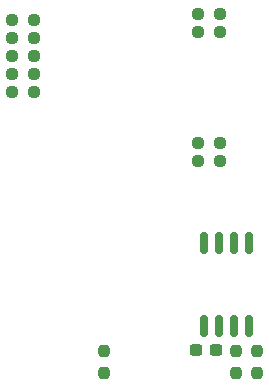
<source format=gbr>
%TF.GenerationSoftware,KiCad,Pcbnew,(5.99.0-9829-g074f0432f0)*%
%TF.CreationDate,2021-07-27T15:24:35+02:00*%
%TF.ProjectId,KM217-WiFi,4b4d3231-372d-4576-9946-692e6b696361,0.0.1*%
%TF.SameCoordinates,Original*%
%TF.FileFunction,Paste,Bot*%
%TF.FilePolarity,Positive*%
%FSLAX46Y46*%
G04 Gerber Fmt 4.6, Leading zero omitted, Abs format (unit mm)*
G04 Created by KiCad (PCBNEW (5.99.0-9829-g074f0432f0)) date 2021-07-27 15:24:35*
%MOMM*%
%LPD*%
G01*
G04 APERTURE LIST*
G04 Aperture macros list*
%AMRoundRect*
0 Rectangle with rounded corners*
0 $1 Rounding radius*
0 $2 $3 $4 $5 $6 $7 $8 $9 X,Y pos of 4 corners*
0 Add a 4 corners polygon primitive as box body*
4,1,4,$2,$3,$4,$5,$6,$7,$8,$9,$2,$3,0*
0 Add four circle primitives for the rounded corners*
1,1,$1+$1,$2,$3*
1,1,$1+$1,$4,$5*
1,1,$1+$1,$6,$7*
1,1,$1+$1,$8,$9*
0 Add four rect primitives between the rounded corners*
20,1,$1+$1,$2,$3,$4,$5,0*
20,1,$1+$1,$4,$5,$6,$7,0*
20,1,$1+$1,$6,$7,$8,$9,0*
20,1,$1+$1,$8,$9,$2,$3,0*%
G04 Aperture macros list end*
%ADD10RoundRect,0.237500X0.250000X0.237500X-0.250000X0.237500X-0.250000X-0.237500X0.250000X-0.237500X0*%
%ADD11RoundRect,0.150000X-0.150000X0.800000X-0.150000X-0.800000X0.150000X-0.800000X0.150000X0.800000X0*%
%ADD12RoundRect,0.237500X-0.300000X-0.237500X0.300000X-0.237500X0.300000X0.237500X-0.300000X0.237500X0*%
%ADD13RoundRect,0.237500X-0.250000X-0.237500X0.250000X-0.237500X0.250000X0.237500X-0.250000X0.237500X0*%
%ADD14RoundRect,0.237500X0.237500X-0.250000X0.237500X0.250000X-0.237500X0.250000X-0.237500X-0.250000X0*%
G04 APERTURE END LIST*
D10*
%TO.C,R20*%
X162964500Y-107950000D03*
X161139500Y-107950000D03*
%TD*%
D11*
%TO.C,U3*%
X161671000Y-114864000D03*
X162941000Y-114864000D03*
X164211000Y-114864000D03*
X165481000Y-114864000D03*
X165481000Y-121864000D03*
X164211000Y-121864000D03*
X162941000Y-121864000D03*
X161671000Y-121864000D03*
%TD*%
D12*
%TO.C,C6*%
X160935500Y-123952000D03*
X162660500Y-123952000D03*
%TD*%
D13*
%TO.C,R12*%
X145391500Y-96012000D03*
X147216500Y-96012000D03*
%TD*%
%TO.C,R14*%
X145391500Y-102108000D03*
X147216500Y-102108000D03*
%TD*%
D14*
%TO.C,R29*%
X153162000Y-125880500D03*
X153162000Y-124055500D03*
%TD*%
D10*
%TO.C,R28*%
X162964500Y-97028000D03*
X161139500Y-97028000D03*
%TD*%
D13*
%TO.C,R13*%
X145391500Y-100584000D03*
X147216500Y-100584000D03*
%TD*%
D14*
%TO.C,R30*%
X164338000Y-125880500D03*
X164338000Y-124055500D03*
%TD*%
%TO.C,R4*%
X166116000Y-125880500D03*
X166116000Y-124055500D03*
%TD*%
D10*
%TO.C,R27*%
X162964500Y-106426000D03*
X161139500Y-106426000D03*
%TD*%
D13*
%TO.C,R16*%
X145391500Y-99060000D03*
X147216500Y-99060000D03*
%TD*%
D10*
%TO.C,R21*%
X162964500Y-95504000D03*
X161139500Y-95504000D03*
%TD*%
D13*
%TO.C,R15*%
X145391500Y-97536000D03*
X147216500Y-97536000D03*
%TD*%
M02*

</source>
